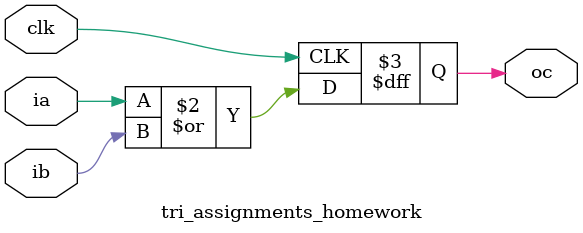
<source format=v>
module tri_assignments_homework(
    input   wire        clk,
    input   wire        ia,
    input   wire        ib,
    output  reg         oc
);

always @(posedge clk)begin
    oc <= ia | ib;
end

endmodule
</source>
